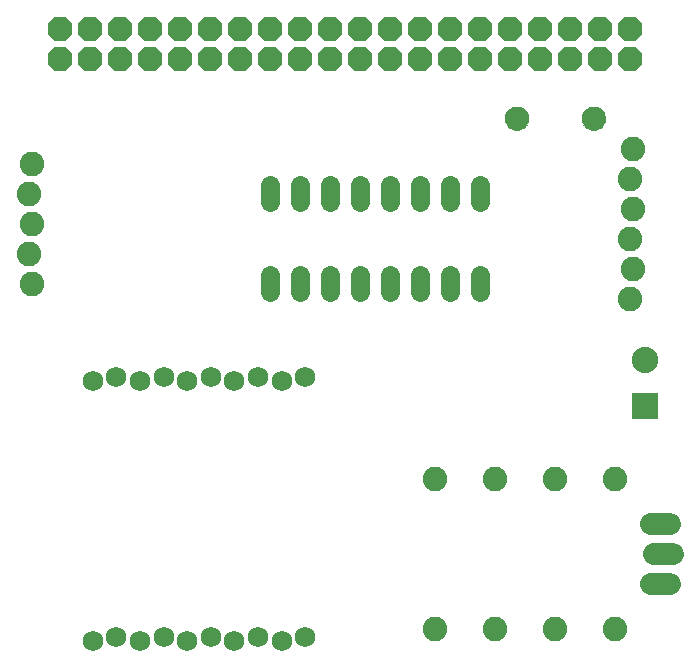
<source format=gts>
G75*
%MOIN*%
%OFA0B0*%
%FSLAX25Y25*%
%IPPOS*%
%LPD*%
%AMOC8*
5,1,8,0,0,1.08239X$1,22.5*
%
%ADD10C,0.08200*%
%ADD11C,0.06400*%
%ADD12OC8,0.08200*%
%ADD13R,0.08800X0.08800*%
%ADD14C,0.08800*%
%ADD15C,0.07200*%
%ADD16C,0.06800*%
%ADD17C,0.00500*%
D10*
X0017700Y0132200D03*
X0016700Y0142200D03*
X0017700Y0152200D03*
X0016700Y0162200D03*
X0017700Y0172200D03*
X0152200Y0067200D03*
X0172200Y0067200D03*
X0192200Y0067200D03*
X0212200Y0067200D03*
X0212200Y0017200D03*
X0192200Y0017200D03*
X0172200Y0017200D03*
X0152200Y0017200D03*
X0217200Y0127200D03*
X0218200Y0137200D03*
X0217200Y0147200D03*
X0218200Y0157200D03*
X0217200Y0167200D03*
X0218200Y0177200D03*
D11*
X0167200Y0165000D02*
X0167200Y0159400D01*
X0157200Y0159400D02*
X0157200Y0165000D01*
X0147200Y0165000D02*
X0147200Y0159400D01*
X0137200Y0159400D02*
X0137200Y0165000D01*
X0127200Y0165000D02*
X0127200Y0159400D01*
X0117200Y0159400D02*
X0117200Y0165000D01*
X0107200Y0165000D02*
X0107200Y0159400D01*
X0097200Y0159400D02*
X0097200Y0165000D01*
X0097200Y0135000D02*
X0097200Y0129400D01*
X0107200Y0129400D02*
X0107200Y0135000D01*
X0117200Y0135000D02*
X0117200Y0129400D01*
X0127200Y0129400D02*
X0127200Y0135000D01*
X0137200Y0135000D02*
X0137200Y0129400D01*
X0147200Y0129400D02*
X0147200Y0135000D01*
X0157200Y0135000D02*
X0157200Y0129400D01*
X0167200Y0129400D02*
X0167200Y0135000D01*
D12*
X0167200Y0207200D03*
X0167200Y0217200D03*
X0157200Y0217200D03*
X0157200Y0207200D03*
X0147200Y0207200D03*
X0147200Y0217200D03*
X0137200Y0217200D03*
X0137200Y0207200D03*
X0127200Y0207200D03*
X0127200Y0217200D03*
X0117200Y0217200D03*
X0117200Y0207200D03*
X0107200Y0207200D03*
X0107200Y0217200D03*
X0097200Y0217200D03*
X0097200Y0207200D03*
X0087200Y0207200D03*
X0087200Y0217200D03*
X0077200Y0217200D03*
X0077200Y0207200D03*
X0067200Y0207200D03*
X0067200Y0217200D03*
X0057200Y0217200D03*
X0057200Y0207200D03*
X0047200Y0207200D03*
X0047200Y0217200D03*
X0037200Y0217200D03*
X0037200Y0207200D03*
X0027200Y0207200D03*
X0027200Y0217200D03*
X0177200Y0217200D03*
X0177200Y0207200D03*
X0187200Y0207200D03*
X0187200Y0217200D03*
X0197200Y0217200D03*
X0197200Y0207200D03*
X0207200Y0207200D03*
X0207200Y0217200D03*
X0217200Y0217200D03*
X0217200Y0207200D03*
D13*
X0222200Y0091500D03*
D14*
X0222200Y0106680D03*
D15*
X0224000Y0052200D02*
X0230400Y0052200D01*
X0231400Y0042200D02*
X0225000Y0042200D01*
X0224000Y0032200D02*
X0230400Y0032200D01*
D16*
X0037948Y0013193D03*
X0045822Y0014593D03*
X0053696Y0013193D03*
X0061570Y0014593D03*
X0069444Y0013193D03*
X0077318Y0014593D03*
X0085192Y0013193D03*
X0093066Y0014593D03*
X0100940Y0013193D03*
X0108814Y0014593D03*
X0100940Y0099807D03*
X0093066Y0101207D03*
X0085192Y0099807D03*
X0077318Y0101207D03*
X0069444Y0099807D03*
X0061570Y0101207D03*
X0053696Y0099807D03*
X0045822Y0101207D03*
X0037948Y0099807D03*
X0108814Y0101207D03*
D17*
X0176769Y0184502D02*
X0177333Y0184049D01*
X0177975Y0183715D01*
X0178669Y0183513D01*
X0179390Y0183450D01*
X0180115Y0183512D01*
X0180814Y0183713D01*
X0181460Y0184048D01*
X0182028Y0184502D01*
X0182497Y0185058D01*
X0182848Y0185694D01*
X0183069Y0186387D01*
X0183150Y0187110D01*
X0183100Y0187770D01*
X0182936Y0188411D01*
X0182664Y0189014D01*
X0182291Y0189560D01*
X0181829Y0190034D01*
X0181291Y0190419D01*
X0180695Y0190706D01*
X0180058Y0190885D01*
X0179400Y0190950D01*
X0178742Y0190883D01*
X0178105Y0190703D01*
X0177510Y0190414D01*
X0176973Y0190027D01*
X0176512Y0189552D01*
X0176141Y0189005D01*
X0175870Y0188401D01*
X0175708Y0187760D01*
X0175660Y0187100D01*
X0175738Y0186381D01*
X0175956Y0185691D01*
X0176304Y0185056D01*
X0176769Y0184502D01*
X0176628Y0184670D02*
X0182170Y0184670D01*
X0182558Y0185169D02*
X0176242Y0185169D01*
X0175969Y0185667D02*
X0182833Y0185667D01*
X0182998Y0186166D02*
X0175806Y0186166D01*
X0175707Y0186664D02*
X0183100Y0186664D01*
X0183146Y0187163D02*
X0175664Y0187163D01*
X0175701Y0187661D02*
X0183108Y0187661D01*
X0183000Y0188160D02*
X0175809Y0188160D01*
X0175985Y0188658D02*
X0182825Y0188658D01*
X0182566Y0189157D02*
X0176244Y0189157D01*
X0176612Y0189655D02*
X0182198Y0189655D01*
X0181662Y0190154D02*
X0177149Y0190154D01*
X0178001Y0190652D02*
X0180808Y0190652D01*
X0181615Y0184172D02*
X0177181Y0184172D01*
X0178120Y0183673D02*
X0180674Y0183673D01*
X0201338Y0186381D02*
X0201556Y0185691D01*
X0201904Y0185056D01*
X0202369Y0184502D01*
X0202933Y0184049D01*
X0203575Y0183715D01*
X0204269Y0183513D01*
X0204990Y0183450D01*
X0205715Y0183512D01*
X0206414Y0183713D01*
X0207060Y0184048D01*
X0207628Y0184502D01*
X0208097Y0185058D01*
X0208448Y0185694D01*
X0208669Y0186387D01*
X0208750Y0187110D01*
X0208700Y0187770D01*
X0208536Y0188411D01*
X0208264Y0189014D01*
X0207891Y0189560D01*
X0207429Y0190034D01*
X0206891Y0190419D01*
X0206295Y0190706D01*
X0205658Y0190885D01*
X0205000Y0190950D01*
X0204342Y0190883D01*
X0203705Y0190703D01*
X0203110Y0190414D01*
X0202573Y0190027D01*
X0202112Y0189552D01*
X0201741Y0189005D01*
X0201470Y0188401D01*
X0201308Y0187760D01*
X0201260Y0187100D01*
X0201338Y0186381D01*
X0201406Y0186166D02*
X0208598Y0186166D01*
X0208700Y0186664D02*
X0201307Y0186664D01*
X0201264Y0187163D02*
X0208746Y0187163D01*
X0208708Y0187661D02*
X0201301Y0187661D01*
X0201409Y0188160D02*
X0208600Y0188160D01*
X0208425Y0188658D02*
X0201585Y0188658D01*
X0201844Y0189157D02*
X0208166Y0189157D01*
X0207798Y0189655D02*
X0202212Y0189655D01*
X0202749Y0190154D02*
X0207262Y0190154D01*
X0206408Y0190652D02*
X0203601Y0190652D01*
X0201569Y0185667D02*
X0208433Y0185667D01*
X0208158Y0185169D02*
X0201842Y0185169D01*
X0202228Y0184670D02*
X0207770Y0184670D01*
X0207215Y0184172D02*
X0202781Y0184172D01*
X0203720Y0183673D02*
X0206274Y0183673D01*
M02*

</source>
